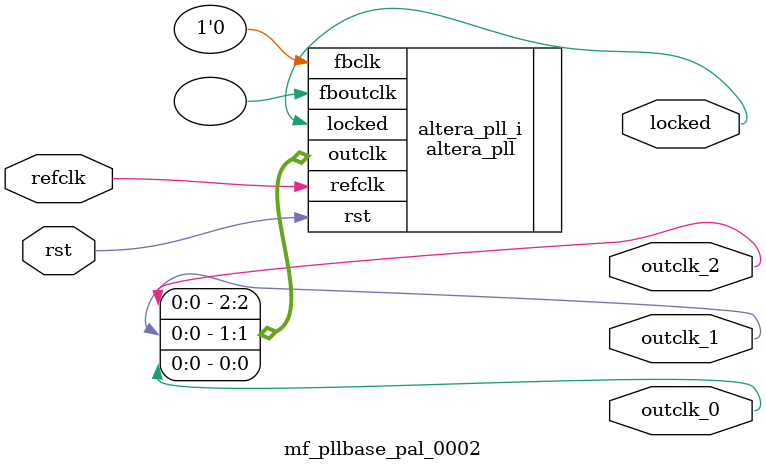
<source format=v>
`timescale 1ns/10ps
module  mf_pllbase_pal_0002(

	// interface 'refclk'
	input wire refclk,

	// interface 'reset'
	input wire rst,

	// interface 'outclk0'
	output wire outclk_0,

	// interface 'outclk1'
	output wire outclk_1,

	// interface 'outclk2'
	output wire outclk_2,

	// interface 'locked'
	output wire locked
);

	altera_pll #(
		.fractional_vco_multiplier("true"),
		.reference_clock_frequency("74.25 MHz"),
		.operation_mode("direct"),
		.number_of_clocks(3),
		.output_clock_frequency0("85.125480 MHz"),
		.phase_shift0("0 ps"),
		.duty_cycle0(50),
		.output_clock_frequency1("42.562740 MHz"),
		.phase_shift1("0 ps"),
		.duty_cycle1(50),
		.output_clock_frequency2("21.281370 MHz"),
		.phase_shift2("0 ps"),
		.duty_cycle2(50),
		.output_clock_frequency3("0 MHz"),
		.phase_shift3("0 ps"),
		.duty_cycle3(50),
		.output_clock_frequency4("0 MHz"),
		.phase_shift4("0 ps"),
		.duty_cycle4(50),
		.output_clock_frequency5("0 MHz"),
		.phase_shift5("0 ps"),
		.duty_cycle5(50),
		.output_clock_frequency6("0 MHz"),
		.phase_shift6("0 ps"),
		.duty_cycle6(50),
		.output_clock_frequency7("0 MHz"),
		.phase_shift7("0 ps"),
		.duty_cycle7(50),
		.output_clock_frequency8("0 MHz"),
		.phase_shift8("0 ps"),
		.duty_cycle8(50),
		.output_clock_frequency9("0 MHz"),
		.phase_shift9("0 ps"),
		.duty_cycle9(50),
		.output_clock_frequency10("0 MHz"),
		.phase_shift10("0 ps"),
		.duty_cycle10(50),
		.output_clock_frequency11("0 MHz"),
		.phase_shift11("0 ps"),
		.duty_cycle11(50),
		.output_clock_frequency12("0 MHz"),
		.phase_shift12("0 ps"),
		.duty_cycle12(50),
		.output_clock_frequency13("0 MHz"),
		.phase_shift13("0 ps"),
		.duty_cycle13(50),
		.output_clock_frequency14("0 MHz"),
		.phase_shift14("0 ps"),
		.duty_cycle14(50),
		.output_clock_frequency15("0 MHz"),
		.phase_shift15("0 ps"),
		.duty_cycle15(50),
		.output_clock_frequency16("0 MHz"),
		.phase_shift16("0 ps"),
		.duty_cycle16(50),
		.output_clock_frequency17("0 MHz"),
		.phase_shift17("0 ps"),
		.duty_cycle17(50),
		.pll_type("General"),
		.pll_subtype("General")
	) altera_pll_i (
		.rst	(rst),
		.outclk	({outclk_2, outclk_1, outclk_0}),
		.locked	(locked),
		.fboutclk	( ),
		.fbclk	(1'b0),
		.refclk	(refclk)
	);
endmodule


</source>
